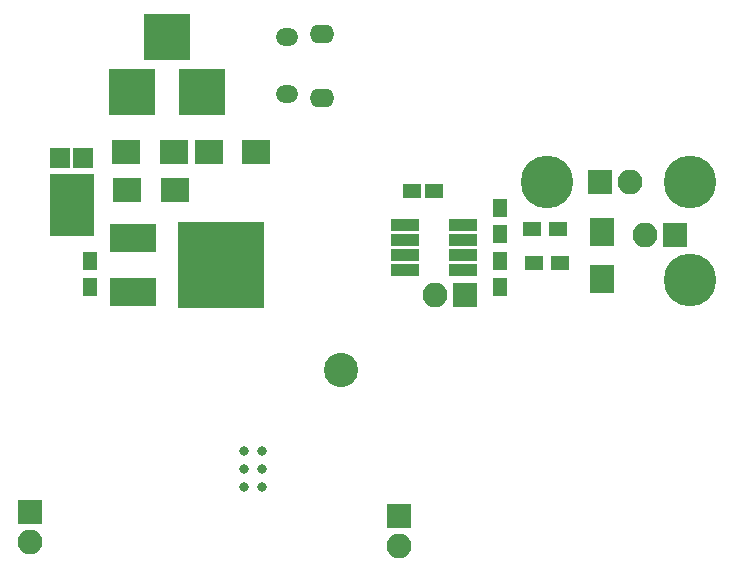
<source format=gbr>
G04 #@! TF.FileFunction,Soldermask,Bot*
%FSLAX46Y46*%
G04 Gerber Fmt 4.6, Leading zero omitted, Abs format (unit mm)*
G04 Created by KiCad (PCBNEW 4.0.7) date 02/27/19 21:10:27*
%MOMM*%
%LPD*%
G01*
G04 APERTURE LIST*
%ADD10C,0.100000*%
%ADD11R,3.900000X3.900000*%
%ADD12R,2.400000X2.000000*%
%ADD13R,1.600000X1.150000*%
%ADD14R,3.760000X5.260000*%
%ADD15R,1.790000X1.800000*%
%ADD16O,1.900000X1.500000*%
%ADD17O,2.100000X1.600000*%
%ADD18R,2.100000X2.100000*%
%ADD19O,2.100000X2.100000*%
%ADD20C,4.464000*%
%ADD21R,3.900000X2.400000*%
%ADD22R,7.400000X7.400000*%
%ADD23R,1.300000X1.600000*%
%ADD24R,2.100000X2.400000*%
%ADD25R,1.600000X1.300000*%
%ADD26R,2.400000X1.000000*%
%ADD27C,0.830000*%
%ADD28C,2.900000*%
G04 APERTURE END LIST*
D10*
D11*
X68765000Y-57455000D03*
X74765000Y-57455000D03*
X71765000Y-52755000D03*
D12*
X79305000Y-62535000D03*
X75305000Y-62535000D03*
X68320000Y-62535000D03*
X72320000Y-62535000D03*
X68415000Y-65710000D03*
X72415000Y-65710000D03*
D13*
X92482048Y-65842709D03*
X94382048Y-65842709D03*
D14*
X63685000Y-66980000D03*
D15*
X62700000Y-62998000D03*
X64670000Y-62998000D03*
D16*
X81925000Y-57660000D03*
X81925000Y-52820000D03*
D17*
X84925000Y-57970000D03*
X84925000Y-52510000D03*
D18*
X60160000Y-93015000D03*
D19*
X60160000Y-95555000D03*
D18*
X114770000Y-69520000D03*
D19*
X112230000Y-69520000D03*
D18*
X108420000Y-65075000D03*
D19*
X110960000Y-65075000D03*
D18*
X96990000Y-74600000D03*
D19*
X94450000Y-74600000D03*
D20*
X116040000Y-65075000D03*
X116040000Y-73330000D03*
X103975000Y-65075000D03*
D21*
X68920000Y-74360000D03*
X68920000Y-69780000D03*
D22*
X76320000Y-72060000D03*
D23*
X65240000Y-71765000D03*
X65240000Y-73965000D03*
D24*
X108606048Y-73285096D03*
X108606048Y-69285096D03*
D25*
X102807048Y-71920096D03*
X105007048Y-71920096D03*
D23*
X100000249Y-71727709D03*
X100000249Y-73927709D03*
D25*
X102710249Y-69017709D03*
X104910249Y-69017709D03*
D23*
X100000249Y-67282709D03*
X100000249Y-69482709D03*
D26*
X96832048Y-68745096D03*
X96832048Y-70015096D03*
X96832048Y-72555096D03*
X91932048Y-72555096D03*
X91932048Y-71285096D03*
X91932048Y-70015096D03*
X91932048Y-68745096D03*
X96832048Y-71285096D03*
D27*
X78329775Y-89357335D03*
X79829775Y-89357335D03*
X78329775Y-90857335D03*
X79829775Y-90857335D03*
X78329775Y-87857335D03*
X79829775Y-87857335D03*
D18*
X91440000Y-93345000D03*
D19*
X91440000Y-95885000D03*
D28*
X86500000Y-81000000D03*
M02*

</source>
